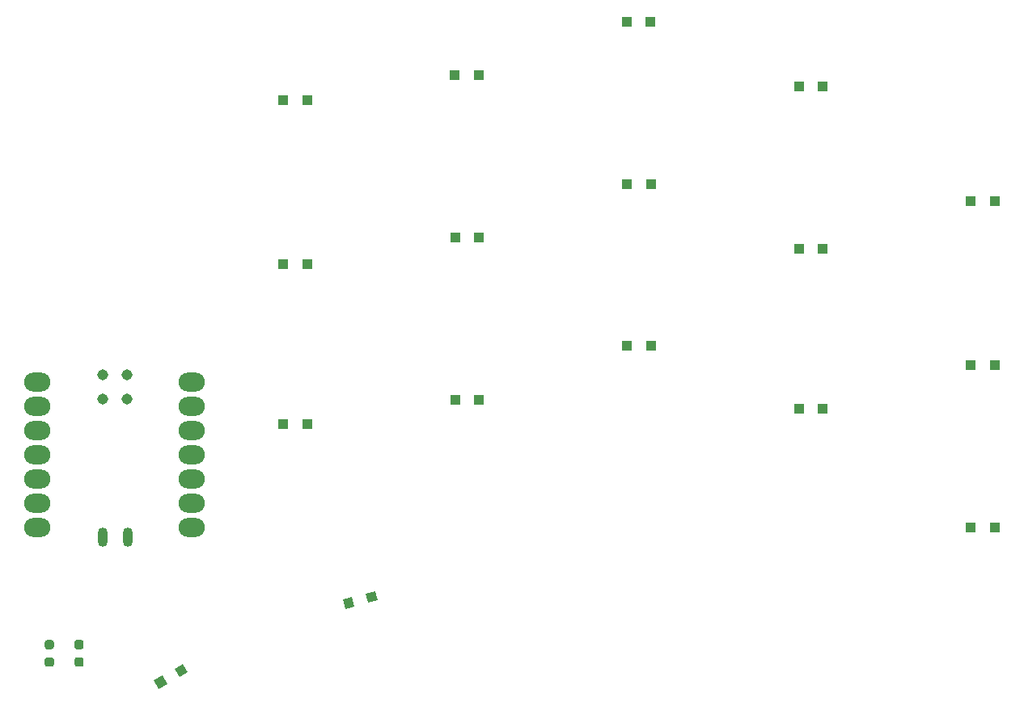
<source format=gbr>
%TF.GenerationSoftware,KiCad,Pcbnew,5.1.9*%
%TF.CreationDate,2021-04-16T22:17:29+02:00*%
%TF.ProjectId,handbrush,68616e64-6272-4757-9368-2e6b69636164,rev?*%
%TF.SameCoordinates,Original*%
%TF.FileFunction,Paste,Top*%
%TF.FilePolarity,Positive*%
%FSLAX46Y46*%
G04 Gerber Fmt 4.6, Leading zero omitted, Abs format (unit mm)*
G04 Created by KiCad (PCBNEW 5.1.9) date 2021-04-16 22:17:29*
%MOMM*%
%LPD*%
G01*
G04 APERTURE LIST*
%ADD10C,1.143000*%
%ADD11O,1.016000X2.032000*%
%ADD12O,2.748280X1.998980*%
%ADD13C,0.100000*%
%ADD14R,1.000000X1.000000*%
G04 APERTURE END LIST*
D10*
%TO.C,U1*%
X95838803Y-102135813D03*
X93298803Y-102135813D03*
X95838803Y-99595813D03*
X93298803Y-99595813D03*
D11*
X95850000Y-116600000D03*
X93300000Y-116600000D03*
D12*
X86433120Y-100282180D03*
X86433120Y-102822180D03*
X86433120Y-105362180D03*
X86433120Y-107902180D03*
X86433120Y-110442180D03*
X86433120Y-112982180D03*
X86433120Y-115522180D03*
X102597680Y-115522180D03*
X102597680Y-112982180D03*
X102597680Y-110442180D03*
X102597680Y-107902180D03*
X102597680Y-105362180D03*
X102597680Y-102822180D03*
X102597680Y-100282180D03*
%TD*%
%TO.C,R2*%
G36*
G01*
X87907500Y-128325000D02*
X87432500Y-128325000D01*
G75*
G02*
X87195000Y-128087500I0J237500D01*
G01*
X87195000Y-127587500D01*
G75*
G02*
X87432500Y-127350000I237500J0D01*
G01*
X87907500Y-127350000D01*
G75*
G02*
X88145000Y-127587500I0J-237500D01*
G01*
X88145000Y-128087500D01*
G75*
G02*
X87907500Y-128325000I-237500J0D01*
G01*
G37*
G36*
G01*
X87907500Y-130150000D02*
X87432500Y-130150000D01*
G75*
G02*
X87195000Y-129912500I0J237500D01*
G01*
X87195000Y-129412500D01*
G75*
G02*
X87432500Y-129175000I237500J0D01*
G01*
X87907500Y-129175000D01*
G75*
G02*
X88145000Y-129412500I0J-237500D01*
G01*
X88145000Y-129912500D01*
G75*
G02*
X87907500Y-130150000I-237500J0D01*
G01*
G37*
%TD*%
%TO.C,R1*%
G36*
G01*
X91027500Y-128325000D02*
X90552500Y-128325000D01*
G75*
G02*
X90315000Y-128087500I0J237500D01*
G01*
X90315000Y-127587500D01*
G75*
G02*
X90552500Y-127350000I237500J0D01*
G01*
X91027500Y-127350000D01*
G75*
G02*
X91265000Y-127587500I0J-237500D01*
G01*
X91265000Y-128087500D01*
G75*
G02*
X91027500Y-128325000I-237500J0D01*
G01*
G37*
G36*
G01*
X91027500Y-130150000D02*
X90552500Y-130150000D01*
G75*
G02*
X90315000Y-129912500I0J237500D01*
G01*
X90315000Y-129412500D01*
G75*
G02*
X90552500Y-129175000I237500J0D01*
G01*
X91027500Y-129175000D01*
G75*
G02*
X91265000Y-129412500I0J-237500D01*
G01*
X91265000Y-129912500D01*
G75*
G02*
X91027500Y-130150000I-237500J0D01*
G01*
G37*
%TD*%
D13*
%TO.C,D17*%
G36*
X99490481Y-131091987D02*
G01*
X99990481Y-131958013D01*
X99124455Y-132458013D01*
X98624455Y-131591987D01*
X99490481Y-131091987D01*
G37*
G36*
X101655545Y-129841987D02*
G01*
X102155545Y-130708013D01*
X101289519Y-131208013D01*
X100789519Y-130341987D01*
X101655545Y-129841987D01*
G37*
%TD*%
D14*
%TO.C,D16*%
X112140000Y-104750000D03*
X114640000Y-104750000D03*
%TD*%
%TO.C,D15*%
X112140000Y-87950000D03*
X114640000Y-87950000D03*
%TD*%
%TO.C,D14*%
X112140000Y-70750000D03*
X114640000Y-70750000D03*
%TD*%
D13*
%TO.C,D13*%
G36*
X119336146Y-122861152D02*
G01*
X119594965Y-123827077D01*
X118629040Y-124085896D01*
X118370221Y-123119971D01*
X119336146Y-122861152D01*
G37*
G36*
X121750960Y-122214104D02*
G01*
X122009779Y-123180029D01*
X121043854Y-123438848D01*
X120785035Y-122472923D01*
X121750960Y-122214104D01*
G37*
%TD*%
D14*
%TO.C,D12*%
X130140000Y-102150000D03*
X132640000Y-102150000D03*
%TD*%
%TO.C,D11*%
X130140000Y-85150000D03*
X132640000Y-85150000D03*
%TD*%
%TO.C,D10*%
X130090000Y-68150000D03*
X132590000Y-68150000D03*
%TD*%
%TO.C,D9*%
X148140000Y-96550000D03*
X150640000Y-96550000D03*
%TD*%
%TO.C,D8*%
X148140000Y-79550000D03*
X150640000Y-79550000D03*
%TD*%
%TO.C,D7*%
X148090000Y-62550000D03*
X150590000Y-62550000D03*
%TD*%
%TO.C,D6*%
X166140000Y-103150000D03*
X168640000Y-103150000D03*
%TD*%
%TO.C,D5*%
X166140000Y-86350000D03*
X168640000Y-86350000D03*
%TD*%
%TO.C,D4*%
X166140000Y-69350000D03*
X168640000Y-69350000D03*
%TD*%
%TO.C,D3*%
X184140000Y-115550000D03*
X186640000Y-115550000D03*
%TD*%
%TO.C,D2*%
X184140000Y-98550000D03*
X186640000Y-98550000D03*
%TD*%
%TO.C,D1*%
X184140000Y-81350000D03*
X186640000Y-81350000D03*
%TD*%
M02*

</source>
